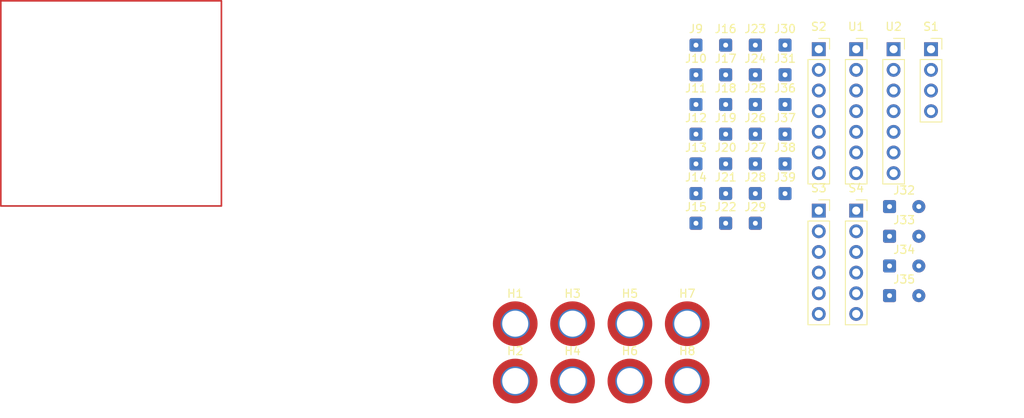
<source format=kicad_pcb>
(kicad_pcb (version 20241229) (generator "pcbnew") (generator_version "9.0")
  (layers (0 "F.Cu" signal) (2 "B.Cu" signal) (13 "F.Paste" user) (15 "B.Paste" user) (5 "F.SilkS" user "F.Silkscreen") (7 "B.SilkS" user "B.Silkscreen") (1 "F.Mask" user) (3 "B.Mask" user) (25 "Edge.Cuts" user))
  (net 0 "")
  (net 1 "/VCC_3V3_MCU")
  (net 2 "/GPIO9")
  (net 3 "/GPIO8")
  (net 4 "/GPIO7")
  (net 5 "/GPIO44")
  (net 6 "/GPIO1")
  (net 7 "/GPIO2")
  (net 8 "/GPIO3")
  (net 9 "/GPIO4")
  (net 10 "/SDA")
  (net 11 "/SCL")
  (net 12 "/GPIO43")
  (net 13 "/VCC_3V3_Sensors")
  (net 14 "/AD0")
  (net 15 "/FSYNC_IN")
  (net 16 "/SCL_EXT")
  (net 17 "/SDA_EXT")
  (net 18 "/CLKIN")
  (net 19 "/INT")
  (net 20 "/SDO{slash}ADR_3V")
  (net 21 "/CS_5V")
  (net 22 "GND")
  (net 23 "Net-(J32-Pin_1)")
  (net 24 "Net-(J33-Pin_1)")
  (net 25 "Net-(J34-Pin_1)")
  (net 26 "Net-(J35-Pin_1)")
  (footprint "Connector_Wire:SolderWire-0.1sqmm_1x01_D0.4mm_OD1mm" (layer "F.Cu") (at 183.425 74.35)
    (property "Reference" "J10" (at 0 -2 0) (layer "F.SilkS"))
    (property "Value" "GPIO9_TH")
    (pad "1" thru_hole roundrect (at 0 0) (size 1.6 1.6) (drill 0.6) (layers "*.Cu" "*.Mask") (roundrect_rratio 0.15625) (net 2 "/GPIO9"))
  )
  (footprint "MountingHole:MountingHole_3.2mm_M3_ISO14580_Pad_TopOnly" (layer "F.Cu") (at 175.3 104.95)
    (property "Reference" "H5" (at 0 -3.7 0) (layer "F.SilkS"))
    (property "Value" "MountingHole")
    (pad "1" thru_hole circle (at 0 0) (size 3.6 3.6) (drill 3.2) (layers "*.Cu" "*.Mask"))
    (pad "1" connect circle (at 0 0) (size 5.5 5.5) (layers "F.Cu" "F.Mask"))
  )
  (footprint "Connector_PinSocket_2.54mm:PinSocket_1x06_P2.54mm_Vertical" (layer "F.Cu") (at 203.125 91.05)
    (property "Reference" "S4" (at 0 -2.77 0) (layer "F.SilkS"))
    (property "Value" "AF-MPU6050-Accel/Gyro-L")
    (fp_line (start -1.33 1.27) (end -1.33 14.03) (stroke (width 0.12)) (layer "F.SilkS"))
    (fp_line (start -1.33 1.27) (end 1.33 1.27) (stroke (width 0.12)) (layer "F.SilkS"))
    (fp_line (start -1.33 14.03) (end 1.33 14.03) (stroke (width 0.12)) (layer "F.SilkS"))
    (fp_line (start 0 -1.33) (end 1.33 -1.33) (stroke (width 0.12)) (layer "F.SilkS"))
    (fp_line (start 1.33 -1.33) (end 1.33 0) (stroke (width 0.12)) (layer "F.SilkS"))
    (fp_line (start 1.33 1.27) (end 1.33 14.03) (stroke (width 0.12)) (layer "F.SilkS"))
    (pad "1" thru_hole rect (at 0 0) (size 1.7 1.7) (drill 1) (layers "*.Cu" "*.Mask") (net 14 "/AD0"))
    (pad "2" thru_hole circle (at 0 2.54) (size 1.7 1.7) (drill 1) (layers "*.Cu" "*.Mask") (net 15 "/FSYNC_IN"))
    (pad "3" thru_hole circle (at 0 5.08) (size 1.7 1.7) (drill 1) (layers "*.Cu" "*.Mask") (net 16 "/SCL_EXT"))
    (pad "4" thru_hole circle (at 0 7.62) (size 1.7 1.7) (drill 1) (layers "*.Cu" "*.Mask") (net 17 "/SDA_EXT"))
    (pad "5" thru_hole circle (at 0 10.16) (size 1.7 1.7) (drill 1) (layers "*.Cu" "*.Mask") (net 18 "/CLKIN"))
    (pad "6" thru_hole circle (at 0 12.7) (size 1.7 1.7) (drill 1) (layers "*.Cu" "*.Mask") (net 22 "GND"))
  )
  (footprint "MountingHole:MountingHole_3.2mm_M3_ISO14580_Pad_TopOnly" (layer "F.Cu") (at 175.3 112)
    (property "Reference" "H6" (at 0 -3.7 0) (layer "F.SilkS"))
    (property "Value" "MountingHole")
    (pad "1" thru_hole circle (at 0 0) (size 3.6 3.6) (drill 3.2) (layers "*.Cu" "*.Mask"))
    (pad "1" connect circle (at 0 0) (size 5.5 5.5) (layers "F.Cu" "F.Mask"))
  )
  (footprint "Connector_Wire:SolderWire-0.1sqmm_1x01_D0.4mm_OD1mm" (layer "F.Cu") (at 183.425 70.7)
    (property "Reference" "J9" (at 0 -2 0) (layer "F.SilkS"))
    (property "Value" "Conn_01x01")
    (pad "1" thru_hole roundrect (at 0 0) (size 1.6 1.6) (drill 0.6) (layers "*.Cu" "*.Mask") (roundrect_rratio 0.15625) (net 1 "/VCC_3V3_MCU"))
  )
  (footprint "Connector_Wire:SolderWire-0.1sqmm_1x01_D0.4mm_OD1mm" (layer "F.Cu") (at 187.075 88.95)
    (property "Reference" "J21" (at 0 -2 0) (layer "F.SilkS"))
    (property "Value" "Conn_01x01")
    (pad "1" thru_hole roundrect (at 0 0) (size 1.6 1.6) (drill 0.6) (layers "*.Cu" "*.Mask") (roundrect_rratio 0.15625) (net 13 "/VCC_3V3_Sensors"))
  )
  (footprint "Connector_PinSocket_2.54mm:PinSocket_1x07_P2.54mm_Vertical" (layer "F.Cu") (at 203.125 71.2)
    (property "Reference" "U1" (at 0 -2.77 0) (layer "F.SilkS"))
    (property "Value" "Seeed-XIAO-ESP32-S3-Module-R")
    (fp_line (start -1.33 1.27) (end -1.33 16.57) (stroke (width 0.12)) (layer "F.SilkS"))
    (fp_line (start -1.33 1.27) (end 1.33 1.27) (stroke (width 0.12)) (layer "F.SilkS"))
    (fp_line (start -1.33 16.57) (end 1.33 16.57) (stroke (width 0.12)) (layer "F.SilkS"))
    (fp_line (start 0 -1.33) (end 1.33 -1.33) (stroke (width 0.12)) (layer "F.SilkS"))
    (fp_line (start 1.33 -1.33) (end 1.33 0) (stroke (width 0.12)) (layer "F.SilkS"))
    (fp_line (start 1.33 1.27) (end 1.33 16.57) (stroke (width 0.12)) (layer "F.SilkS"))
    (pad "1" thru_hole rect (at 0 0) (size 1.7 1.7) (drill 1) (layers "*.Cu" "*.Mask"))
    (pad "2" thru_hole circle (at 0 2.54) (size 1.7 1.7) (drill 1) (layers "*.Cu" "*.Mask") (net 22 "GND"))
    (pad "3" thru_hole circle (at 0 5.08) (size 1.7 1.7) (drill 1) (layers "*.Cu" "*.Mask") (net 1 "/VCC_3V3_MCU"))
    (pad "4" thru_hole circle (at 0 7.62) (size 1.7 1.7) (drill 1) (layers "*.Cu" "*.Mask") (net 2 "/GPIO9"))
    (pad "5" thru_hole circle (at 0 10.16) (size 1.7 1.7) (drill 1) (layers "*.Cu" "*.Mask") (net 3 "/GPIO8"))
    (pad "6" thru_hole circle (at 0 12.7) (size 1.7 1.7) (drill 1) (layers "*.Cu" "*.Mask") (net 4 "/GPIO7"))
    (pad "7" thru_hole circle (at 0 15.24) (size 1.7 1.7) (drill 1) (layers "*.Cu" "*.Mask") (net 5 "/GPIO44"))
  )
  (footprint "Connector_Wire:SolderWire-0.1sqmm_1x01_D0.4mm_OD1mm" (layer "F.Cu") (at 190.725 85.3)
    (property "Reference" "J27" (at 0 -2 0) (layer "F.SilkS"))
    (property "Value" "Conn_01x01")
    (pad "1" thru_hole roundrect (at 0 0) (size 1.6 1.6) (drill 0.6) (layers "*.Cu" "*.Mask") (roundrect_rratio 0.15625) (net 19 "/INT"))
  )
  (footprint "Connector_Wire:SolderWire-0.1sqmm_1x01_D0.4mm_OD1mm" (layer "F.Cu") (at 194.375 78)
    (property "Reference" "J36" (at 0 -2 0) (layer "F.SilkS"))
    (property "Value" "Conn_MCUtoESC_1")
    (pad "1" thru_hole roundrect (at 0 0) (size 1.6 1.6) (drill 0.6) (layers "*.Cu" "*.Mask") (roundrect_rratio 0.15625) (net 23 "Net-(J32-Pin_1)"))
  )
  (footprint "Connector_Wire:SolderWire-0.1sqmm_1x01_D0.4mm_OD1mm" (layer "F.Cu") (at 190.725 74.35)
    (property "Reference" "J24" (at 0 -2 0) (layer "F.SilkS"))
    (property "Value" "Conn_01x01")
    (pad "1" thru_hole roundrect (at 0 0) (size 1.6 1.6) (drill 0.6) (layers "*.Cu" "*.Mask") (roundrect_rratio 0.15625) (net 16 "/SCL_EXT"))
  )
  (footprint "Connector_Wire:SolderWire-0.1sqmm_1x01_D0.4mm_OD1mm" (layer "F.Cu") (at 194.375 81.65)
    (property "Reference" "J37" (at 0 -2 0) (layer "F.SilkS"))
    (property "Value" "Conn_MCUtoESC_2")
    (pad "1" thru_hole roundrect (at 0 0) (size 1.6 1.6) (drill 0.6) (layers "*.Cu" "*.Mask") (roundrect_rratio 0.15625) (net 24 "Net-(J33-Pin_1)"))
  )
  (footprint "Connector_Wire:SolderWire-0.1sqmm_1x01_D0.4mm_OD1mm" (layer "F.Cu") (at 187.075 70.7)
    (property "Reference" "J16" (at 0 -2 0) (layer "F.SilkS"))
    (property "Value" "Conn_01x01")
    (pad "1" thru_hole roundrect (at 0 0) (size 1.6 1.6) (drill 0.6) (layers "*.Cu" "*.Mask") (roundrect_rratio 0.15625) (net 8 "/GPIO3"))
  )
  (footprint "Connector_PinSocket_2.54mm:PinSocket_1x06_P2.54mm_Vertical" (layer "F.Cu") (at 198.525 91.05)
    (property "Reference" "S3" (at 0 -2.77 0) (layer "F.SilkS"))
    (property "Value" "AF-MPU6050-Accel/Gyro-R")
    (fp_line (start -1.33 1.27) (end -1.33 14.03) (stroke (width 0.12)) (layer "F.SilkS"))
    (fp_line (start -1.33 1.27) (end 1.33 1.27) (stroke (width 0.12)) (layer "F.SilkS"))
    (fp_line (start -1.33 14.03) (end 1.33 14.03) (stroke (width 0.12)) (layer "F.SilkS"))
    (fp_line (start 0 -1.33) (end 1.33 -1.33) (stroke (width 0.12)) (layer "F.SilkS"))
    (fp_line (start 1.33 -1.33) (end 1.33 0) (stroke (width 0.12)) (layer "F.SilkS"))
    (fp_line (start 1.33 1.27) (end 1.33 14.03) (stroke (width 0.12)) (layer "F.SilkS"))
    (pad "1" thru_hole rect (at 0 0) (size 1.7 1.7) (drill 1) (layers "*.Cu" "*.Mask") (net 13 "/VCC_3V3_Sensors"))
    (pad "2" thru_hole circle (at 0 2.54) (size 1.7 1.7) (drill 1) (layers "*.Cu" "*.Mask"))
    (pad "3" thru_hole circle (at 0 5.08) (size 1.7 1.7) (drill 1) (layers "*.Cu" "*.Mask") (net 22 "GND"))
    (pad "4" thru_hole circle (at 0 7.62) (size 1.7 1.7) (drill 1) (layers "*.Cu" "*.Mask") (net 11 "/SCL"))
    (pad "5" thru_hole circle (at 0 10.16) (size 1.7 1.7) (drill 1) (layers "*.Cu" "*.Mask") (net 10 "/SDA"))
    (pad "6" thru_hole circle (at 0 12.7) (size 1.7 1.7) (drill 1) (layers "*.Cu" "*.Mask") (net 19 "/INT"))
  )
  (footprint "Connector_Wire:SolderWire-0.1sqmm_1x01_D0.4mm_OD1mm" (layer "F.Cu") (at 183.425 85.3)
    (property "Reference" "J13" (at 0 -2 0) (layer "F.SilkS"))
    (property "Value" "GPIO44 TH")
    (pad "1" thru_hole roundrect (at 0 0) (size 1.6 1.6) (drill 0.6) (layers "*.Cu" "*.Mask") (roundrect_rratio 0.15625) (net 5 "/GPIO44"))
  )
  (footprint "Connector_Wire:SolderWire-0.1sqmm_1x01_D0.4mm_OD1mm" (layer "F.Cu") (at 194.375 88.95)
    (property "Reference" "J39" (at 0 -2 0) (layer "F.SilkS"))
    (property "Value" "Conn_MCUtoESC_4")
    (pad "1" thru_hole roundrect (at 0 0) (size 1.6 1.6) (drill 0.6) (layers "*.Cu" "*.Mask") (roundrect_rratio 0.15625) (net 26 "Net-(J35-Pin_1)"))
  )
  (footprint "Connector_Wire:SolderWire-0.1sqmm_1x01_D0.4mm_OD1mm" (layer "F.Cu") (at 183.425 78)
    (property "Reference" "J11" (at 0 -2 0) (layer "F.SilkS"))
    (property "Value" "GPIO8 TH")
    (pad "1" thru_hole roundrect (at 0 0) (size 1.6 1.6) (drill 0.6) (layers "*.Cu" "*.Mask") (roundrect_rratio 0.15625) (net 3 "/GPIO8"))
  )
  (footprint "Connector_Wire:SolderWire-0.1sqmm_1x01_D0.4mm_OD1mm" (layer "F.Cu") (at 183.425 92.6)
    (property "Reference" "J15" (at 0 -2 0) (layer "F.SilkS"))
    (property "Value" "Conn_01x01")
    (pad "1" thru_hole roundrect (at 0 0) (size 1.6 1.6) (drill 0.6) (layers "*.Cu" "*.Mask") (roundrect_rratio 0.15625) (net 7 "/GPIO2"))
  )
  (footprint "Connector_Wire:SolderWire-0.1sqmm_1x01_D0.4mm_OD1mm" (layer "F.Cu") (at 190.725 70.7)
    (property "Reference" "J23" (at 0 -2 0) (layer "F.SilkS"))
    (property "Value" "Conn_01x01")
    (pad "1" thru_hole roundrect (at 0 0) (size 1.6 1.6) (drill 0.6) (layers "*.Cu" "*.Mask") (roundrect_rratio 0.15625) (net 15 "/FSYNC_IN"))
  )
  (footprint "Connector_Wire:SolderWire-0.1sqmm_1x01_D0.4mm_OD1mm" (layer "F.Cu") (at 183.425 88.95)
    (property "Reference" "J14" (at 0 -2 0) (layer "F.SilkS"))
    (property "Value" "Conn_01x01")
    (pad "1" thru_hole roundrect (at 0 0) (size 1.6 1.6) (drill 0.6) (layers "*.Cu" "*.Mask") (roundrect_rratio 0.15625) (net 6 "/GPIO1"))
  )
  (footprint "Connector_Wire:SolderWire-0.1sqmm_1x01_D0.4mm_OD1mm" (layer "F.Cu") (at 187.075 78)
    (property "Reference" "J18" (at 0 -2 0) (layer "F.SilkS"))
    (property "Value" "Conn_01x01")
    (pad "1" thru_hole roundrect (at 0 0) (size 1.6 1.6) (drill 0.6) (layers "*.Cu" "*.Mask") (roundrect_rratio 0.15625) (net 10 "/SDA"))
  )
  (footprint "Connector_Wire:SolderWire-0.1sqmm_1x02_P3.6mm_D0.4mm_OD1mm" (layer "F.Cu") (at 207.225 94.2)
    (property "Reference" "J33" (at 1.8 -2 0) (layer "F.SilkS"))
    (property "Value" "Conn_ESC_SIG_2")
    (pad "1" thru_hole roundrect (at 0 0) (size 1.6 1.6) (drill 0.6) (layers "*.Cu" "*.Mask") (roundrect_rratio 0.15625) (net 24 "Net-(J33-Pin_1)"))
    (pad "2" thru_hole circle (at 3.6 0) (size 1.6 1.6) (drill 0.6) (layers "*.Cu" "*.Mask") (net 22 "GND"))
  )
  (footprint "MountingHole:MountingHole_3.2mm_M3_ISO14580_Pad_TopOnly" (layer "F.Cu") (at 182.35 104.95)
    (property "Reference" "H7" (at 0 -3.7 0) (layer "F.SilkS"))
    (property "Value" "MountingHole")
    (pad "1" thru_hole circle (at 0 0) (size 3.6 3.6) (drill 3.2) (layers "*.Cu" "*.Mask"))
    (pad "1" connect circle (at 0 0) (size 5.5 5.5) (layers "F.Cu" "F.Mask"))
  )
  (footprint "Connector_Wire:SolderWire-0.1sqmm_1x01_D0.4mm_OD1mm" (layer "F.Cu") (at 183.425 81.65)
    (property "Reference" "J12" (at 0 -2 0) (layer "F.SilkS"))
    (property "Value" "GPIO7 TH")
    (pad "1" thru_hole roundrect (at 0 0) (size 1.6 1.6) (drill 0.6) (layers "*.Cu" "*.Mask") (roundrect_rratio 0.15625) (net 4 "/GPIO7"))
  )
  (footprint "Connector_PinSocket_2.54mm:PinSocket_1x07_P2.54mm_Vertical" (layer "F.Cu") (at 198.525 71.2)
    (property "Reference" "S2" (at 0 -2.77 0) (layer "F.SilkS"))
    (property "Value" "AF-BMP280-Barometer")
    (fp_line (start -1.33 1.27) (end -1.33 16.57) (stroke (width 0.12)) (layer "F.SilkS"))
    (fp_line (start -1.33 1.27) (end 1.33 1.27) (stroke (width 0.12)) (layer "F.SilkS"))
    (fp_line (start -1.33 16.57) (end 1.33 16.57) (stroke (width 0.12)) (layer "F.SilkS"))
    (fp_line (start 0 -1.33) (end 1.33 -1.33) (stroke (width 0.12)) (layer "F.SilkS"))
    (fp_line (start 1.33 -1.33) (end 1.33 0) (stroke (width 0.12)) (layer "F.SilkS"))
    (fp_line (start 1.33 1.27) (end 1.33 16.57) (stroke (width 0.12)) (layer "F.SilkS"))
    (pad "1" thru_hole rect (at 0 0) (size 1.7 1.7) (drill 1) (layers "*.Cu" "*.Mask") (net 13 "/VCC_3V3_Sensors"))
    (pad "2" thru_hole circle (at 0 2.54) (size 1.7 1.7) (drill 1) (layers "*.Cu" "*.Mask"))
    (pad "3" thru_hole circle (at 0 5.08) (size 1.7 1.7) (drill 1) (layers "*.Cu" "*.Mask") (net 22 "GND"))
    (pad "4" thru_hole circle (at 0 7.62) (size 1.7 1.7) (drill 1) (layers "*.Cu" "*.Mask") (net 11 "/SCL"))
    (pad "5" thru_hole circle (at 0 10.16) (size 1.7 1.7) (drill 1) (layers "*.Cu" "*.Mask") (net 20 "/SDO{slash}ADR_3V"))
    (pad "6" thru_hole circle (at 0 12.7) (size 1.7 1.7) (drill 1) (layers "*.Cu" "*.Mask") (net 10 "/SDA"))
    (pad "7" thru_hole circle (at 0 15.24) (size 1.7 1.7) (drill 1) (layers "*.Cu" "*.Mask") (net 21 "/CS_5V"))
  )
  (footprint "Connector_Wire:SolderWire-0.1sqmm_1x01_D0.4mm_OD1mm" (layer "F.Cu") (at 187.075 81.65)
    (property "Reference" "J19" (at 0 -2 0) (layer "F.SilkS"))
    (property "Value" "Conn_01x01")
    (pad "1" thru_hole roundrect (at 0 0) (size 1.6 1.6) (drill 0.6) (layers "*.Cu" "*.Mask") (roundrect_rratio 0.15625) (net 11 "/SCL"))
  )
  (footprint "MountingHole:MountingHole_3.2mm_M3_ISO14580_Pad_TopOnly" (layer "F.Cu") (at 168.25 112)
    (property "Reference" "H4" (at 0 -3.7 0) (layer "F.SilkS"))
    (property "Value" "MountingHole")
    (pad "1" thru_hole circle (at 0 0) (size 3.6 3.6) (drill 3.2) (layers "*.Cu" "*.Mask"))
    (pad "1" connect circle (at 0 0) (size 5.5 5.5) (layers "F.Cu" "F.Mask"))
  )
  (footprint "Connector_Wire:SolderWire-0.1sqmm_1x01_D0.4mm_OD1mm" (layer "F.Cu") (at 190.725 88.95)
    (property "Reference" "J28" (at 0 -2 0) (layer "F.SilkS"))
    (property "Value" "Conn_01x01")
    (pad "1" thru_hole roundrect (at 0 0) (size 1.6 1.6) (drill 0.6) (layers "*.Cu" "*.Mask") (roundrect_rratio 0.15625) (net 20 "/SDO{slash}ADR_3V"))
  )
  (footprint "Connector_Wire:SolderWire-0.1sqmm_1x01_D0.4mm_OD1mm" (layer "F.Cu") (at 187.075 74.35)
    (property "Reference" "J17" (at 0 -2 0) (layer "F.SilkS"))
    (property "Value" "Conn_01x01")
    (pad "1" thru_hole roundrect (at 0 0) (size 1.6 1.6) (drill 0.6) (layers "*.Cu" "*.Mask") (roundrect_rratio 0.15625) (net 9 "/GPIO4"))
  )
  (footprint "Connector_PinSocket_2.54mm:PinSocket_1x07_P2.54mm_Vertical" (layer "F.Cu") (at 207.725 71.2)
    (property "Reference" "U2" (at 0 -2.77 0) (layer "F.SilkS"))
    (property "Value" "Seeed-XIAO-ESP32-S3-Module-L")
    (fp_line (start -1.33 1.27) (end -1.33 16.57) (stroke (width 0.12)) (layer "F.SilkS"))
    (fp_line (start -1.33 1.27) (end 1.33 1.27) (stroke (width 0.12)) (layer "F.SilkS"))
    (fp_line (start -1.33 16.57) (end 1.33 16.57) (stroke (width 0.12)) (layer "F.SilkS"))
    (fp_line (start 0 -1.33) (end 1.33 -1.33) (stroke (width 0.12)) (layer "F.SilkS"))
    (fp_line (start 1.33 -1.33) (end 1.33 0) (stroke (width 0.12)) (layer "F.SilkS"))
    (fp_line (start 1.33 1.27) (end 1.33 16.57) (stroke (width 0.12)) (layer "F.SilkS"))
    (pad "1" thru_hole rect (at 0 0) (size 1.7 1.7) (drill 1) (layers "*.Cu" "*.Mask") (net 6 "/GPIO1"))
    (pad "2" thru_hole circle (at 0 2.54) (size 1.7 1.7) (drill 1) (layers "*.Cu" "*.Mask") (net 7 "/GPIO2"))
    (pad "3" thru_hole circle (at 0 5.08) (size 1.7 1.7) (drill 1) (layers "*.Cu" "*.Mask") (net 8 "/GPIO3"))
    (pad "4" thru_hole circle (at 0 7.62) (size 1.7 1.7) (drill 1) (layers "*.Cu" "*.Mask") (net 9 "/GPIO4"))
    (pad "5" thru_hole circle (at 0 10.16) (size 1.7 1.7) (drill 1) (layers "*.Cu" "*.Mask") (net 10 "/SDA"))
    (pad "6" thru_hole circle (at 0 12.7) (size 1.7 1.7) (drill 1) (layers "*.Cu" "*.Mask") (net 11 "/SCL"))
    (pad "7" thru_hole circle (at 0 15.24) (size 1.7 1.7) (drill 1) (layers "*.Cu" "*.Mask") (net 12 "/GPIO43"))
  )
  (footprint "Connector_Wire:SolderWire-0.1sqmm_1x01_D0.4mm_OD1mm" (layer "F.Cu") (at 194.375 74.35)
    (property "Reference" "J31" (at 0 -2 0) (layer "F.SilkS"))
    (property "Value" "Conn_SDA_Sensors")
    (pad "1" thru_hole roundrect (at 0 0) (size 1.6 1.6) (drill 0.6) (layers "*.Cu" "*.Mask") (roundrect_rratio 0.15625) (net 10 "/SDA"))
  )
  (footprint "Connector_PinSocket_2.54mm:PinSocket_1x04_P2.54mm_Vertical" (layer "F.Cu") (at 212.325 71.2)
    (property "Reference" "S1" (at 0 -2.77 0) (layer "F.SilkS"))
    (property "Value" "AF-QMC5883P-Magnetometer")
    (fp_line (start -1.33 1.27) (end -1.33 8.95) (stroke (width 0.12)) (layer "F.SilkS"))
    (fp_line (start -1.33 1.27) (end 1.33 1.27) (stroke (width 0.12)) (layer "F.SilkS"))
    (fp_line (start -1.33 8.95) (end 1.33 8.95) (stroke (width 0.12)) (layer "F.SilkS"))
    (fp_line (start 0 -1.33) (end 1.33 -1.33) (stroke (width 0.12)) (layer "F.SilkS"))
    (fp_line (start 1.33 -1.33) (end 1.33 0) (stroke (width 0.12)) (layer "F.SilkS"))
    (fp_line (start 1.33 1.27) (end 1.33 8.95) (stroke (width 0.12)) (layer "F.SilkS"))
    (pad "1" thru_hole rect (at 0 0) (size 1.7 1.7) (drill 1) (layers "*.Cu" "*.Mask") (net 13 "/VCC_3V3_Sensors"))
    (pad "2" thru_hole circle (at 0 2.54) (size 1.7 1.7) (drill 1) (layers "*.Cu" "*.Mask"))
    (pad "3" thru_hole circle (at 0 5.08) (size 1.7 1.7) (drill 1) (layers "*.Cu" "*.Mask") (net 22 "GND"))
    (pad "4" thru_hole circle (at 0 7.62) (size 1.7 1.7) (drill 1) (layers "*.Cu" "*.Mask") (net 11 "/SCL"))
  )
  (footprint "Connector_Wire:SolderWire-0.1sqmm_1x01_D0.4mm_OD1mm" (layer "F.Cu") (at 187.075 92.6)
    (property "Reference" "J22" (at 0 -2 0) (layer "F.SilkS"))
    (property "Value" "Conn_01x01")
    (pad "1" thru_hole roundrect (at 0 0) (size 1.6 1.6) (drill 0.6) (layers "*.Cu" "*.Mask") (roundrect_rratio 0.15625) (net 14 "/AD0"))
  )
  (footprint "Connector_Wire:SolderWire-0.1sqmm_1x02_P3.6mm_D0.4mm_OD1mm" (layer "F.Cu") (at 207.225 90.55)
    (property "Reference" "J32" (at 1.8 -2 0) (layer "F.SilkS"))
    (property "Value" "Conn_ESC_SIG_1")
    (pad "1" thru_hole roundrect (at 0 0) (size 1.6 1.6) (drill 0.6) (layers "*.Cu" "*.Mask") (roundrect_rratio 0.15625) (net 23 "Net-(J32-Pin_1)"))
    (pad "2" thru_hole circle (at 3.6 0) (size 1.6 1.6) (drill 0.6) (layers "*.Cu" "*.Mask") (net 22 "GND"))
  )
  (footprint "Connector_Wire:SolderWire-0.1sqmm_1x01_D0.4mm_OD1mm" (layer "F.Cu") (at 187.075 85.3)
    (property "Reference" "J20" (at 0 -2 0) (layer "F.SilkS"))
    (property "Value" "Conn_01x01")
    (pad "1" thru_hole roundrect (at 0 0) (size 1.6 1.6) (drill 0.6) (layers "*.Cu" "*.Mask") (roundrect_rratio 0.15625) (net 12 "/GPIO43"))
  )
  (footprint "MountingHole:MountingHole_3.2mm_M3_ISO14580_Pad_TopOnly" (layer "F.Cu") (at 168.25 104.95)
    (property "Reference" "H3" (at 0 -3.7 0) (layer "F.SilkS"))
    (property "Value" "MountingHole")
    (pad "1" thru_hole circle (at 0 0) (size 3.6 3.6) (drill 3.2) (layers "*.Cu" "*.Mask"))
    (pad "1" connect circle (at 0 0) (size 5.5 5.5) (layers "F.Cu" "F.Mask"))
  )
  (footprint "Connector_Wire:SolderWire-0.1sqmm_1x01_D0.4mm_OD1mm" (layer "F.Cu") (at 190.725 81.65)
    (property "Reference" "J26" (at 0 -2 0) (layer "F.SilkS"))
    (property "Value" "Conn_01x01")
    (pad "1" thru_hole roundrect (at 0 0) (size 1.6 1.6) (drill 0.6) (layers "*.Cu" "*.Mask") (roundrect_rratio 0.15625) (net 18 "/CLKIN"))
  )
  (footprint "MountingHole:MountingHole_3.2mm_M3_ISO14580_Pad_TopOnly" (layer "F.Cu") (at 161.2 112)
    (property "Reference" "H2" (at 0 -3.7 0) (layer "F.SilkS"))
    (property "Value" "MountingHole")
    (pad "1" thru_hole circle (at 0 0) (size 3.6 3.6) (drill 3.2) (layers "*.Cu" "*.Mask"))
    (pad "1" connect circle (at 0 0) (size 5.5 5.5) (layers "F.Cu" "F.Mask"))
  )
  (footprint "Connector_Wire:SolderWire-0.1sqmm_1x01_D0.4mm_OD1mm" (layer "F.Cu") (at 194.375 85.3)
    (property "Reference" "J38" (at 0 -2 0) (layer "F.SilkS"))
    (property "Value" "Conn_MCUtoESC_3")
    (pad "1" thru_hole roundrect (at 0 0) (size 1.6 1.6) (drill 0.6) (layers "*.Cu" "*.Mask") (roundrect_rratio 0.15625) (net 25 "Net-(J34-Pin_1)"))
  )
  (footprint "MountingHole:MountingHole_3.2mm_M3_ISO14580_Pad_TopOnly" (layer "F.Cu") (at 161.2 104.95)
    (property "Reference" "H1" (at 0 -3.7 0) (layer "F.SilkS"))
    (property "Value" "MountingHole")
    (pad "1" thru_hole circle (at 0 0) (size 3.6 3.6) (drill 3.2) (layers "*.Cu" "*.Mask"))
    (pad "1" connect circle (at 0 0) (size 5.5 5.5) (layers "F.Cu" "F.Mask"))
  )
  (footprint "MountingHole:MountingHole_3.2mm_M3_ISO14580_Pad_TopOnly" (layer "F.Cu") (at 182.35 112)
    (property "Reference" "H8" (at 0 -3.7 0) (layer "F.SilkS"))
    (property "Value" "MountingHole")
    (pad "1" thru_hole circle (at 0 0) (size 3.6 3.6) (drill 3.2) (layers "*.Cu" "*.Mask"))
    (pad "1" connect circle (at 0 0) (size 5.5 5.5) (layers "F.Cu" "F.Mask"))
  )
  (footprint "Connector_Wire:SolderWire-0.1sqmm_1x02_P3.6mm_D0.4mm_OD1mm" (layer "F.Cu") (at 207.225 97.85)
    (property "Reference" "J34" (at 1.8 -2 0) (layer "F.SilkS"))
    (property "Value" "Conn_ESC_SIG_3")
    (pad "1" thru_hole roundrect (at 0 0) (size 1.6 1.6) (drill 0.6) (layers "*.Cu" "*.Mask") (roundrect_rratio 0.15625) (net 25 "Net-(J34-Pin_1)"))
    (pad "2" thru_hole circle (at 3.6 0) (size 1.6 1.6) (drill 0.6) (layers "*.Cu" "*.Mask") (net 22 "GND"))
  )
  (footprint "Connector_Wire:SolderWire-0.1sqmm_1x01_D0.4mm_OD1mm" (layer "F.Cu") (at 194.375 70.7)
    (property "Reference" "J30" (at 0 -2 0) (layer "F.SilkS"))
    (property "Value" "Conn_SCL_Sensors")
    (pad "1" thru_hole roundrect (at 0 0) (size 1.6 1.6) (drill 0.6) (layers "*.Cu" "*.Mask") (roundrect_rratio 0.15625) (net 11 "/SCL"))
  )
  (footprint "Connector_Wire:SolderWire-0.1sqmm_1x01_D0.4mm_OD1mm" (layer "F.Cu") (at 190.725 92.6)
    (property "Reference" "J29" (at 0 -2 0) (layer "F.SilkS"))
    (property "Value" "Conn_01x01")
    (pad "1" thru_hole roundrect (at 0 0) (size 1.6 1.6) (drill 0.6) (layers "*.Cu" "*.Mask") (roundrect_rratio 0.15625) (net 21 "/CS_5V"))
  )
  (footprint "Connector_Wire:SolderWire-0.1sqmm_1x01_D0.4mm_OD1mm" (layer "F.Cu") (at 190.725 78)
    (property "Reference" "J25" (at 0 -2 0) (layer "F.SilkS"))
    (property "Value" "Conn_01x01")
    (pad "1" thru_hole roundrect (at 0 0) (size 1.6 1.6) (drill 0.6) (layers "*.Cu" "*.Mask") (roundrect_rratio 0.15625) (net 17 "/SDA_EXT"))
  )
  (footprint "Connector_Wire:SolderWire-0.1sqmm_1x02_P3.6mm_D0.4mm_OD1mm" (layer "F.Cu") (at 207.225 101.5)
    (property "Reference" "J35" (at 1.8 -2 0) (layer "F.SilkS"))
    (property "Value" "Conn_ESC_SIG_4")
    (pad "1" thru_hole roundrect (at 0 0) (size 1.6 1.6) (drill 0.6) (layers "*.Cu" "*.Mask") (roundrect_rratio 0.15625) (net 26 "Net-(J35-Pin_1)"))
    (pad "2" thru_hole circle (at 3.6 0) (size 1.6 1.6) (drill 0.6) (layers "*.Cu" "*.Mask") (net 22 "GND"))
  )
  (gr_rect (start 97.95 65.25) (end 125.075 90.475) (stroke (width 0.2)) (fill no) (layer "F.Cu"))
)
</source>
